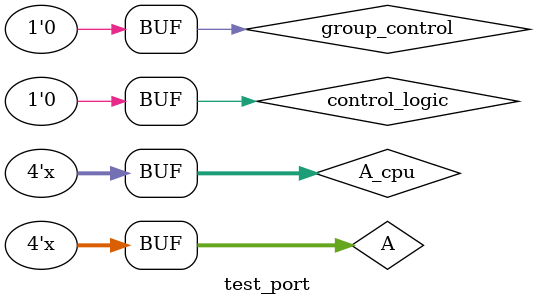
<source format=v>
`timescale 1ns / 1ps
module Port_C(
inout  [3:0] C,
inout  [3:0] C_cpu,
input group_control,// control on or out
input control_logic // to activate the port
    );
/*
if (control_logic)
begin
		always @(group_control)
		begin

			if(!group_control)
			begin
				
				C <= C_cpu;
			
			end
			else begin
				
				C_cpu <= C;
				
			end

		end //always

end //if*/

assign C = (!control_logic)? 4'bzzzz : (!group_control)? C_cpu: 4'bzzzz; // if group_control = 0 A is output
assign C_cpu = (!control_logic)? C : (group_control)? C: 4'bzzzz; // if control_group = 0 "reset" then A is input . if group_control = 1 A input  




endmodule




module test_port();


wire [3:0] A,A_cpu;
reg group_control,control_logic;


 
 assign A=(group_control)? 4'd5:4'bzzzz;
 assign A_cpu=(group_control)?4'bzzzz:(!control_logic)? A : 4'd30;
 
 initial
 begin
 control_logic <=1'b1;
 group_control=1'b1;
 #10      //A= 20 //A_cpu =20
 
 group_control=1'b0;
 #10 //both 30


control_logic <=1'b0;
 group_control=1'b1;
 #10
 
 group_control=1'b0; 
 
 
 end
	 
 Port_C  Port1(A,A_cpu,group_control,control_logic);

 	 


endmodule

</source>
